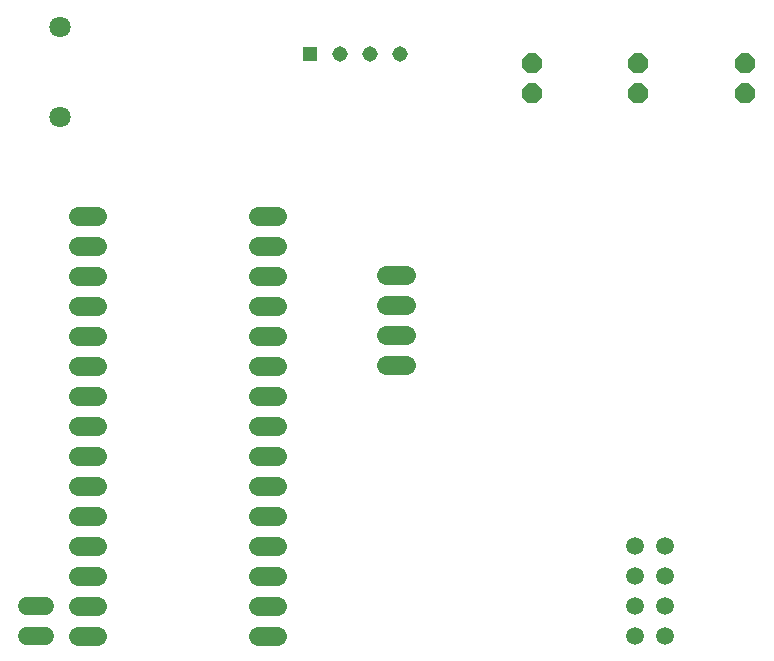
<source format=gbr>
G04 EAGLE Gerber RS-274X export*
G75*
%MOMM*%
%FSLAX34Y34*%
%LPD*%
%AMOC8*
5,1,8,0,0,1.08239X$1,22.5*%
G01*
%ADD10C,1.650000*%
%ADD11P,1.814519X8X112.500000*%
%ADD12C,1.800000*%
%ADD13C,1.508000*%
%ADD14R,1.308000X1.308000*%
%ADD15C,1.308000*%
%ADD16C,1.508000*%


D10*
X615550Y723200D02*
X632050Y723200D01*
X632050Y697800D02*
X615550Y697800D01*
X615550Y672400D02*
X632050Y672400D01*
X632050Y647000D02*
X615550Y647000D01*
X615550Y621600D02*
X632050Y621600D01*
X632050Y596200D02*
X615550Y596200D01*
X615550Y570800D02*
X632050Y570800D01*
X632050Y545400D02*
X615550Y545400D01*
X615550Y520000D02*
X632050Y520000D01*
X632050Y494600D02*
X615550Y494600D01*
X615550Y469200D02*
X632050Y469200D01*
X632050Y443800D02*
X615550Y443800D01*
X615550Y418400D02*
X632050Y418400D01*
X632050Y393000D02*
X615550Y393000D01*
X615550Y367600D02*
X632050Y367600D01*
X767950Y723200D02*
X784450Y723200D01*
X784450Y697800D02*
X767950Y697800D01*
X767950Y672400D02*
X784450Y672400D01*
X784450Y647000D02*
X767950Y647000D01*
X767950Y621600D02*
X784450Y621600D01*
X784450Y596200D02*
X767950Y596200D01*
X767950Y570800D02*
X784450Y570800D01*
X784450Y545400D02*
X767950Y545400D01*
X767950Y520000D02*
X784450Y520000D01*
X784450Y494600D02*
X767950Y494600D01*
X767950Y469200D02*
X784450Y469200D01*
X784450Y443800D02*
X767950Y443800D01*
X767950Y418400D02*
X784450Y418400D01*
X784450Y393000D02*
X767950Y393000D01*
X767950Y367600D02*
X784450Y367600D01*
D11*
X1000000Y827300D03*
X1000000Y852700D03*
X1090000Y827300D03*
X1090000Y852700D03*
X1180000Y827300D03*
X1180000Y852700D03*
D12*
X600000Y883100D03*
X600000Y806900D03*
D10*
X876650Y596900D02*
X893150Y596900D01*
X893150Y622300D02*
X876650Y622300D01*
X876650Y647700D02*
X893150Y647700D01*
X893150Y673100D02*
X876650Y673100D01*
D13*
X1087400Y366900D03*
X1087400Y392300D03*
X1087400Y417700D03*
X1112800Y417700D03*
X1112800Y392300D03*
X1112800Y366900D03*
X1112800Y443100D03*
X1087400Y443100D03*
D14*
X811900Y860000D03*
D15*
X837300Y860000D03*
X862700Y860000D03*
X888100Y860000D03*
D16*
X587740Y392600D02*
X572660Y392600D01*
X572660Y367200D02*
X587740Y367200D01*
M02*

</source>
